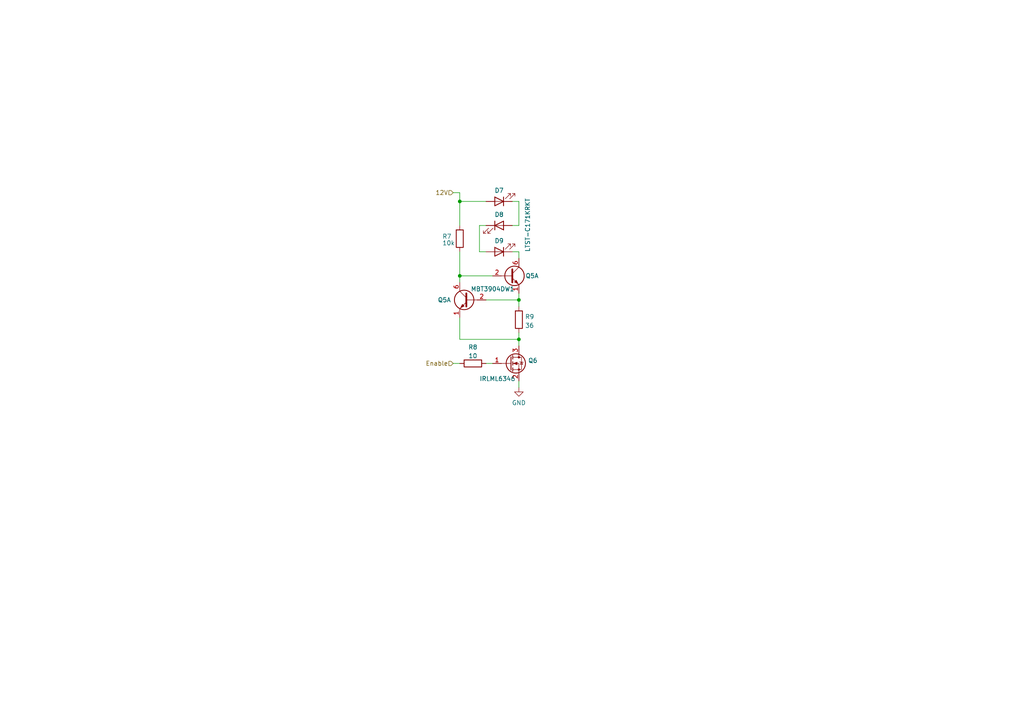
<source format=kicad_sch>
(kicad_sch (version 20211123) (generator eeschema)
  (paper "A4")
  (lib_symbols
    (symbol "Device:LED" (pin_numbers hide) (pin_names (offset 1.016) hide)
      (property "Reference" "D" (at 0 2.54 0))
      (property "Value" "LED" (at 0 -2.54 0))
      (symbol "LED_0_1"
        (polyline (pts (xy -1.27 -1.27) (xy -1.27 1.27)) (stroke (width 0.254)))
        (polyline (pts (xy -1.27 0) (xy 1.27 0)))
        (polyline (pts (xy 1.27 -1.27) (xy 1.27 1.27) (xy -1.27 0) (xy 1.27 -1.27)) (stroke (width 0.254)))
        (polyline (pts (xy -3.048 -0.762) (xy -4.572 -2.286) (xy -3.81 -2.286) (xy -4.572 -2.286) (xy -4.572 -1.524)))
        (polyline (pts (xy -1.778 -0.762) (xy -3.302 -2.286) (xy -2.54 -2.286) (xy -3.302 -2.286) (xy -3.302 -1.524)))
      )
      (symbol "LED_1_1"
        (pin passive line (at -3.81 0 0) (length 2.54) (name "K") (number "1"))
        (pin passive line (at 3.81 0 180) (length 2.54) (name "A") (number "2"))
      )
    )
    (symbol "Device:Q_NMOS_GSD" (pin_names (offset 0) hide)
      (property "Reference" "Q" (at 5.08 1.27 0))
      (property "Value" "Q_NMOS_GSD" (at 5.08 -1.27 0))
      (symbol "Q_NMOS_GSD_0_1"
        (polyline (pts (xy 0.254 0) (xy -2.54 0)))
        (polyline (pts (xy 0.254 1.905) (xy 0.254 -1.905)) (stroke (width 0.254)))
        (polyline (pts (xy 0.762 -1.27) (xy 0.762 -2.286)) (stroke (width 0.254)))
        (polyline (pts (xy 0.762 0.508) (xy 0.762 -0.508)) (stroke (width 0.254)))
        (polyline (pts (xy 0.762 2.286) (xy 0.762 1.27)) (stroke (width 0.254)))
        (polyline (pts (xy 2.54 2.54) (xy 2.54 1.778)))
        (polyline (pts (xy 2.54 -2.54) (xy 2.54 0) (xy 0.762 0)))
        (polyline (pts (xy 0.762 -1.778) (xy 3.302 -1.778) (xy 3.302 1.778) (xy 0.762 1.778)))
        (polyline (pts (xy 1.016 0) (xy 2.032 0.381) (xy 2.032 -0.381) (xy 1.016 0)) (fill (type outline)))
        (polyline (pts (xy 2.794 0.508) (xy 2.921 0.381) (xy 3.683 0.381) (xy 3.81 0.254)))
        (polyline (pts (xy 3.302 0.381) (xy 2.921 -0.254) (xy 3.683 -0.254) (xy 3.302 0.381)))
        (circle (center 1.651 0) (radius 2.794) (stroke (width 0.254)))
        (circle (center 2.54 -1.778) (radius 0.254) (fill (type outline)))
        (circle (center 2.54 1.778) (radius 0.254) (fill (type outline)))
      )
      (symbol "Q_NMOS_GSD_1_1"
        (pin input line (at -5.08 0 0) (length 2.54) (name "G") (number "1"))
        (pin passive line (at 2.54 -5.08 90) (length 2.54) (name "S") (number "2"))
        (pin passive line (at 2.54 5.08 270) (length 2.54) (name "D") (number "3"))
      )
    )
    (symbol "Device:R" (pin_numbers hide) (pin_names (offset 0))
      (property "Reference" "R" (at 2.032 0 90))
      (property "Value" "R" (at 0 0 90))
      (symbol "R_0_1"
        (rectangle (start -1.016 -2.54) (end 1.016 2.54) (stroke (width 0.254)))
      )
      (symbol "R_1_1"
        (pin passive line (at 0 3.81 270) (length 1.27) (name "~") (number "1"))
        (pin passive line (at 0 -3.81 90) (length 1.27) (name "~") (number "2"))
      )
    )
    (symbol "Transistor_BJT:MBT3904DW1" (pin_names (offset 0) hide)
      (property "Reference" "Q" (at 5.08 1.27 0))
      (property "Value" "MBT3904DW1" (at 5.08 -1.27 0))
      (symbol "MBT3904DW1_0_1"
        (polyline (pts (xy 0.635 0) (xy -2.54 0)))
        (polyline (pts (xy 0.635 0.635) (xy 2.54 2.54)))
        (polyline (pts (xy 0.635 -0.635) (xy 2.54 -2.54) (xy 2.54 -2.54)))
        (polyline (pts (xy 0.635 1.905) (xy 0.635 -1.905) (xy 0.635 -1.905)) (stroke (width 0.508)))
        (polyline (pts (xy 1.27 -1.778) (xy 1.778 -1.27) (xy 2.286 -2.286) (xy 1.27 -1.778) (xy 1.27 -1.778)) (fill (type outline)))
        (circle (center 1.27 0) (radius 2.8194) (stroke (width 0.254)))
      )
      (symbol "MBT3904DW1_1_1"
        (pin passive line (at 2.54 -5.08 90) (length 2.54) (name "E1") (number "1"))
        (pin input line (at -5.08 0 0) (length 2.54) (name "B1") (number "2"))
        (pin passive line (at 2.54 5.08 270) (length 2.54) (name "C1") (number "6"))
      )
      (symbol "MBT3904DW1_2_1"
        (pin passive line (at 2.54 5.08 270) (length 2.54) (name "C2") (number "3"))
        (pin passive line (at 2.54 -5.08 90) (length 2.54) (name "E2") (number "4"))
        (pin input line (at -5.08 0 0) (length 2.54) (name "B2") (number "5"))
      )
    )
    (symbol "power:GND" (power) (pin_names (offset 0))
      (property "Value" "GND" (at 0 -3.81 0))
      (symbol "GND_0_1"
        (polyline (pts (xy 0 0) (xy 0 -1.27) (xy 1.27 -1.27) (xy 0 -2.54) (xy -1.27 -1.27) (xy 0 -1.27)))
      )
      (symbol "GND_1_1"
        (pin power_in line (at 0 0 270) (length 0) hide (name "GND") (number "1"))
      )
    )
  )
  (junction (at 133.35 80.01))
  (junction (at 150.495 98.425))
  (junction (at 133.35 58.42))
  (junction (at 150.495 86.995))
  (wire (pts (xy 148.59 73.025) (xy 150.495 73.025)))
  (wire (pts (xy 133.35 58.42) (xy 133.35 65.405)))
  (wire (pts (xy 148.59 65.405) (xy 150.495 65.405)))
  (wire (pts (xy 133.35 92.075) (xy 133.35 98.425)))
  (wire (pts (xy 150.495 86.995) (xy 150.495 88.9)))
  (wire (pts (xy 133.35 73.025) (xy 133.35 80.01)))
  (wire (pts (xy 140.97 86.995) (xy 150.495 86.995)))
  (wire (pts (xy 139.065 65.405) (xy 140.97 65.405)))
  (wire (pts (xy 131.445 55.88) (xy 133.35 55.88)))
  (wire (pts (xy 131.445 105.41) (xy 133.35 105.41)))
  (wire (pts (xy 140.97 105.41) (xy 142.875 105.41)))
  (wire (pts (xy 133.35 55.88) (xy 133.35 58.42)))
  (wire (pts (xy 139.065 65.405) (xy 139.065 73.025)))
  (wire (pts (xy 140.97 58.42) (xy 133.35 58.42)))
  (wire (pts (xy 133.35 98.425) (xy 150.495 98.425)))
  (wire (pts (xy 150.495 110.49) (xy 150.495 112.395)))
  (wire (pts (xy 142.875 80.01) (xy 133.35 80.01)))
  (wire (pts (xy 150.495 58.42) (xy 150.495 65.405)))
  (wire (pts (xy 150.495 98.425) (xy 150.495 100.33)))
  (wire (pts (xy 150.495 96.52) (xy 150.495 98.425)))
  (wire (pts (xy 150.495 73.025) (xy 150.495 74.93)))
  (wire (pts (xy 133.35 80.01) (xy 133.35 81.915)))
  (wire (pts (xy 150.495 86.995) (xy 150.495 85.09)))
  (wire (pts (xy 139.065 73.025) (xy 140.97 73.025)))
  (wire (pts (xy 150.495 58.42) (xy 148.59 58.42)))
  (hierarchical_label "Enable" (shape input) (at 131.445 105.41 180))
  (hierarchical_label "12V" (shape input) (at 131.445 55.88 180))
  (symbol (lib_id "Device:R") (at 133.35 69.215 0)
    (property "Reference" "R7" (at 128.27 68.58 0) (effects (justify left)))
    (property "Value" "10k" (at 128.27 70.485 0) (effects (justify left)))
    (property "Footprint" "Resistor_SMD:R_0603_1608Metric" (effects hide))
  )
  (symbol (lib_id "Device:LED") (at 144.78 73.025 180)
    (property "Reference" "D9" (at 144.78 69.85 0))
    (property "Value" "LTST-C171KRKT " (effects hide))
    (property "Footprint" "LED_SMD:LED_0805_2012Metric" (effects hide))
    (property "Datasheet" "https://www.mouser.de/datasheet/2/239/Lite-On-LTST-C171KRKT-1175280.pdf" (effects hide))
    (property "Mouser#" "859-LTST-C171KRKT" (effects hide))
  )
  (symbol (lib_id "Device:LED") (at 144.78 65.405 0)
    (property "Reference" "D8" (at 144.78 62.23 0))
    (property "Value" "LTST-C171KRKT " (at 153.035 64.77 90))
    (property "Footprint" "LED_SMD:LED_0805_2012Metric" (effects hide))
    (property "Datasheet" "https://www.mouser.de/datasheet/2/239/Lite-On-LTST-C171KRKT-1175280.pdf" (effects hide))
    (property "Mouser#" "859-LTST-C171KRKT" (effects hide))
  )
  (symbol (lib_id "Device:LED") (at 144.78 58.42 180)
    (property "Reference" "D7" (at 144.78 55.245 0))
    (property "Value" "LTST-C171KRKT " (effects hide))
    (property "Footprint" "LED_SMD:LED_0805_2012Metric" (effects hide))
    (property "Datasheet" "https://www.mouser.de/datasheet/2/239/Lite-On-LTST-C171KRKT-1175280.pdf" (effects hide))
    (property "Mouser#" "859-LTST-C171KRKT" (effects hide))
  )
  (symbol (lib_id "Device:R") (at 137.16 105.41 90)
    (property "Reference" "R8" (at 137.16 100.6942 90))
    (property "Value" "10" (at 137.16 103.2311 90))
    (property "Footprint" "Resistor_SMD:R_0603_1608Metric" (effects hide))
  )
  (symbol (lib_id "Device:Q_NMOS_GSD") (at 147.955 105.41 0)
    (property "Reference" "Q6" (at 153.162 104.5753 0) (effects (justify left)))
    (property "Value" "IRLML6346" (at 139.065 109.855 0) (effects (justify left)))
    (property "Footprint" "Package_TO_SOT_SMD:SOT-23" (effects hide))
    (property "Datasheet" "https://www.infineon.com/dgdl/irlml6346pbf.pdf?fileId=5546d462533600a401535668a336262e" (effects hide))
    (property "DigiKey#" "IRLML6346TRPBFCT-ND" (effects hide))
  )
  (symbol (lib_id "Transistor_BJT:MBT3904DW1") (at 135.89 86.995 0) (mirror y)
    (property "Reference" "Q5" (at 130.81 86.995 0) (effects (justify left)))
    (property "Value" "MBT3904DW1" (at 149.225 83.82 0) (effects (justify left)))
    (property "Footprint" "Package_TO_SOT_SMD:SOT-363_SC-70-6" (effects hide))
    (property "Datasheet" "http://www.onsemi.com/pub_link/Collateral/MBT3904DW1T1-D.PDF" (effects hide))
    (property "Mouser#" "863-MBT3904DW1T3G" (effects hide))
  )
  (symbol (lib_id "Device:R") (at 150.495 92.71 0)
    (property "Reference" "R9" (at 152.273 91.8753 0) (effects (justify left)))
    (property "Value" "36" (at 152.273 94.4122 0) (effects (justify left)))
    (property "Footprint" "Resistor_SMD:R_0603_1608Metric" (effects hide))
  )
  (symbol (lib_id "Transistor_BJT:MBT3904DW1") (at 147.955 80.01 0)
    (property "Reference" "Q5" (at 152.4 80.01 0) (effects (justify left)))
    (property "Value" "MBT3904DW1" (effects hide))
    (property "Footprint" "Package_TO_SOT_SMD:SOT-363_SC-70-6" (effects hide))
    (property "Datasheet" "http://www.onsemi.com/pub_link/Collateral/MBT3904DW1T1-D.PDF" (effects hide))
    (property "Mouser#" "863-MBT3904DW1T3G" (effects hide))
  )
  (symbol (lib_id "power:GND") (at 150.495 112.395 0)
    (property "Reference" "#PWR020" (effects hide))
    (property "Value" "GND" (at 150.495 116.8384 0))
  )
)
</source>
